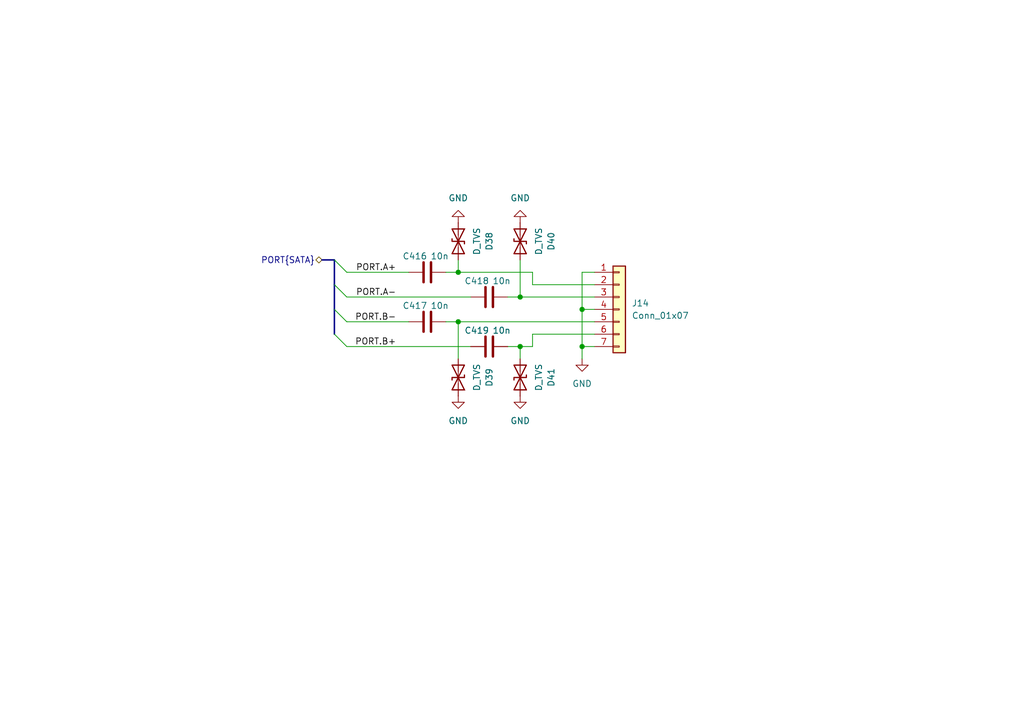
<source format=kicad_sch>
(kicad_sch (version 20250114) (generator "eeschema") (generator_version "9.0")
  (paper "A5")
  (lib_symbols
    (symbol "Connector_Generic:Conn_01x07" (pin_names (offset 1.016) (hide yes))
      (property "Reference" "J" (at 0 10.16 0))
      (property "Value" "Conn_01x07" (at 0 -10.16 0))
      (symbol "Conn_01x07_1_1"
        (rectangle (start -1.27 8.89) (end 1.27 -8.89) (stroke (width 0.254)) (fill (type background)))
        (rectangle (start -1.27 7.747) (end 0 7.493) (stroke (width 0.1524)))
        (rectangle (start -1.27 5.207) (end 0 4.953) (stroke (width 0.1524)))
        (rectangle (start -1.27 2.667) (end 0 2.413) (stroke (width 0.1524)))
        (rectangle (start -1.27 0.127) (end 0 -0.127) (stroke (width 0.1524)))
        (rectangle (start -1.27 -2.413) (end 0 -2.667) (stroke (width 0.1524)))
        (rectangle (start -1.27 -4.953) (end 0 -5.207) (stroke (width 0.1524)))
        (rectangle (start -1.27 -7.493) (end 0 -7.747) (stroke (width 0.1524)))
        (pin passive line (at -5.08 7.62 0) (length 3.81) (name "Pin_1") (number "1"))
        (pin passive line (at -5.08 5.08 0) (length 3.81) (name "Pin_2") (number "2"))
        (pin passive line (at -5.08 2.54 0) (length 3.81) (name "Pin_3") (number "3"))
        (pin passive line (at -5.08 0 0) (length 3.81) (name "Pin_4") (number "4"))
        (pin passive line (at -5.08 -2.54 0) (length 3.81) (name "Pin_5") (number "5"))
        (pin passive line (at -5.08 -5.08 0) (length 3.81) (name "Pin_6") (number "6"))
        (pin passive line (at -5.08 -7.62 0) (length 3.81) (name "Pin_7") (number "7"))
      )
    )
    (symbol "Device:C" (pin_numbers (hide yes)) (pin_names (offset 0.254))
      (property "Reference" "C" (at 0.635 2.54 0))
      (property "Value" "C" (at 0.635 -2.54 0))
      (symbol "C_0_1"
        (polyline (pts (xy -2.032 0.762) (xy 2.032 0.762)) (stroke (width 0.508)))
        (polyline (pts (xy -2.032 -0.762) (xy 2.032 -0.762)) (stroke (width 0.508)))
      )
      (symbol "C_1_1"
        (pin passive line (at 0 3.81 270) (length 2.794) (name "~") (number "1"))
        (pin passive line (at 0 -3.81 90) (length 2.794) (name "~") (number "2"))
      )
    )
    (symbol "Device:D_TVS" (pin_numbers (hide yes)) (pin_names (offset 1.016) (hide yes))
      (property "Reference" "D" (at 0 2.54 0))
      (property "Value" "D_TVS" (at 0 -2.54 0))
      (symbol "D_TVS_0_1"
        (polyline (pts (xy -2.54 1.27) (xy -2.54 -1.27) (xy 2.54 1.27) (xy 2.54 -1.27) (xy -2.54 1.27)) (stroke (width 0.254)))
        (polyline (pts (xy 0.508 1.27) (xy 0 1.27) (xy 0 -1.27) (xy -0.508 -1.27)) (stroke (width 0.254)))
        (polyline (pts (xy 1.27 0) (xy -1.27 0)))
      )
      (symbol "D_TVS_1_1"
        (pin passive line (at -3.81 0 0) (length 2.54) (name "A1") (number "1"))
        (pin passive line (at 3.81 0 180) (length 2.54) (name "A2") (number "2"))
      )
    )
    (symbol "power:GND" (power) (pin_numbers (hide yes)) (pin_names (offset 0) (hide yes))
      (property "Value" "GND" (at 0 -3.81 0))
      (symbol "GND_0_1"
        (polyline (pts (xy 0 0) (xy 0 -1.27) (xy 1.27 -1.27) (xy 0 -2.54) (xy -1.27 -1.27) (xy 0 -1.27)))
      )
      (symbol "GND_1_1"
        (pin power_in line (at 0 0 270) (length 0) (name "~") (number "1"))
      )
    )
  )
  (junction (at 93.98 66.04))
  (junction (at 119.38 71.12))
  (junction (at 106.68 71.12))
  (junction (at 93.98 55.88))
  (junction (at 106.68 60.96))
  (junction (at 119.38 63.5))
  (bus_entry (at 68.58 68.58) (size 2.54 2.54))
  (bus_entry (at 68.58 58.42) (size 2.54 2.54))
  (bus_entry (at 68.58 53.34) (size 2.54 2.54))
  (bus_entry (at 68.58 63.5) (size 2.54 2.54))
  (wire (pts (xy 71.12 71.12) (xy 96.52 71.12)))
  (wire (pts (xy 119.38 55.88) (xy 119.38 63.5)))
  (bus (pts (xy 66.04 53.34) (xy 68.58 53.34)))
  (bus (pts (xy 68.58 63.5) (xy 68.58 68.58)))
  (wire (pts (xy 93.98 55.88) (xy 109.22 55.88)))
  (wire (pts (xy 106.68 71.12) (xy 109.22 71.12)))
  (wire (pts (xy 104.14 60.96) (xy 106.68 60.96)))
  (bus (pts (xy 68.58 53.34) (xy 68.58 58.42)))
  (wire (pts (xy 91.44 66.04) (xy 93.98 66.04)))
  (wire (pts (xy 93.98 55.88) (xy 91.44 55.88)))
  (wire (pts (xy 121.92 71.12) (xy 119.38 71.12)))
  (wire (pts (xy 121.92 55.88) (xy 119.38 55.88)))
  (wire (pts (xy 104.14 71.12) (xy 106.68 71.12)))
  (wire (pts (xy 106.68 60.96) (xy 121.92 60.96)))
  (wire (pts (xy 93.98 66.04) (xy 121.92 66.04)))
  (wire (pts (xy 109.22 68.58) (xy 121.92 68.58)))
  (wire (pts (xy 106.68 73.66) (xy 106.68 71.12)))
  (bus (pts (xy 68.58 58.42) (xy 68.58 63.5)))
  (wire (pts (xy 119.38 71.12) (xy 119.38 73.66)))
  (wire (pts (xy 71.12 66.04) (xy 83.82 66.04)))
  (wire (pts (xy 106.68 53.34) (xy 106.68 60.96)))
  (wire (pts (xy 71.12 55.88) (xy 83.82 55.88)))
  (wire (pts (xy 71.12 60.96) (xy 96.52 60.96)))
  (wire (pts (xy 109.22 58.42) (xy 121.92 58.42)))
  (wire (pts (xy 119.38 63.5) (xy 121.92 63.5)))
  (wire (pts (xy 93.98 53.34) (xy 93.98 55.88)))
  (wire (pts (xy 119.38 71.12) (xy 119.38 63.5)))
  (wire (pts (xy 109.22 55.88) (xy 109.22 58.42)))
  (wire (pts (xy 93.98 73.66) (xy 93.98 66.04)))
  (wire (pts (xy 109.22 71.12) (xy 109.22 68.58)))
  (label "PORT.B-" (at 81.28 66.04 180))
  (label "PORT.A+" (at 81.28 55.88 180))
  (label "PORT.B+" (at 81.28 71.12 180))
  (label "PORT.A-" (at 81.28 60.96 180))
  (hierarchical_label "PORT{SATA}" (shape bidirectional) (at 66.04 53.34 180))
  (symbol (lib_id "power:GND") (at 93.98 45.72 180) (unit 1)
    (property "Reference" "#PWR0387" (effects (hide yes)))
    (property "Value" "GND" (at 93.98 40.64 0))
    (property "Description" "Power symbol creates a global label with name \"GND\" , ground" (effects (hide yes)))
    (instances (project "Mantaray" (path "" (reference "#PWR0387") (unit 1)) (path "" (reference "#PWR0392") (unit 1))))
  )
  (symbol (lib_id "Device:D_TVS") (at 93.98 77.47 270) (mirror x) (unit 1)
    (property "Reference" "D39" (at 100.33 77.47 0))
    (property "Value" "D_TVS" (at 97.79 77.47 0))
    (property "Description" "Bidirectional transient-voltage-suppression diode" (effects (hide yes)))
    (instances (project "Mantaray" (path "" (reference "D39") (unit 1)) (path "" (reference "D43") (unit 1))))
  )
  (symbol (lib_id "Device:D_TVS") (at 106.68 49.53 270) (unit 1)
    (property "Reference" "D40" (at 113.03 49.53 0))
    (property "Value" "D_TVS" (at 110.49 49.53 0))
    (property "Description" "Bidirectional transient-voltage-suppression diode" (effects (hide yes)))
    (instances (project "Mantaray" (path "" (reference "D40") (unit 1)) (path "" (reference "D44") (unit 1))))
  )
  (symbol (lib_id "Device:C") (at 100.33 60.96 90) (unit 1)
    (property "Reference" "C418" (at 97.79 57.658 90))
    (property "Value" "10n" (at 102.87 57.658 90))
    (property "Description" "Unpolarized capacitor" (effects (hide yes)))
    (instances (project "Mantaray" (path "" (reference "C418") (unit 1)) (path "" (reference "C422") (unit 1))))
  )
  (symbol (lib_id "Device:C") (at 87.63 66.04 90) (unit 1)
    (property "Reference" "C417" (at 85.09 62.738 90))
    (property "Value" "10n" (at 90.17 62.738 90))
    (property "Description" "Unpolarized capacitor" (effects (hide yes)))
    (instances (project "Mantaray" (path "" (reference "C417") (unit 1)) (path "" (reference "C421") (unit 1))))
  )
  (symbol (lib_id "power:GND") (at 106.68 81.28 0) (mirror y) (unit 1)
    (property "Reference" "#PWR0390" (effects (hide yes)))
    (property "Value" "GND" (at 106.68 86.36 0))
    (property "Description" "Power symbol creates a global label with name \"GND\" , ground" (effects (hide yes)))
    (instances (project "Mantaray" (path "" (reference "#PWR0390") (unit 1)) (path "" (reference "#PWR0395") (unit 1))))
  )
  (symbol (lib_id "power:GND") (at 93.98 81.28 0) (mirror y) (unit 1)
    (property "Reference" "#PWR0388" (effects (hide yes)))
    (property "Value" "GND" (at 93.98 86.36 0))
    (property "Description" "Power symbol creates a global label with name \"GND\" , ground" (effects (hide yes)))
    (instances (project "Mantaray" (path "" (reference "#PWR0388") (unit 1)) (path "" (reference "#PWR0393") (unit 1))))
  )
  (symbol (lib_id "Device:C") (at 100.33 71.12 90) (unit 1)
    (property "Reference" "C419" (at 97.79 67.818 90))
    (property "Value" "10n" (at 102.87 67.818 90))
    (property "Description" "Unpolarized capacitor" (effects (hide yes)))
    (instances (project "Mantaray" (path "" (reference "C419") (unit 1)) (path "" (reference "C423") (unit 1))))
  )
  (symbol (lib_id "Connector_Generic:Conn_01x07") (at 127 63.5 0) (unit 1)
    (property "Reference" "J14" (at 129.54 62.2299 0) (effects (justify left)))
    (property "Value" "Conn_01x07" (at 129.54 64.7699 0) (effects (justify left)))
    (property "Description" "Generic connector, single row, 01x07, script generated (kicad-library-utils/schlib/autogen/connector/)" (effects (hide yes)))
    (instances (project "Mantaray" (path "" (reference "J14") (unit 1)) (path "" (reference "J15") (unit 1))))
  )
  (symbol (lib_id "Device:D_TVS") (at 93.98 49.53 270) (unit 1)
    (property "Reference" "D38" (at 100.33 49.53 0))
    (property "Value" "D_TVS" (at 97.79 49.53 0))
    (property "Description" "Bidirectional transient-voltage-suppression diode" (effects (hide yes)))
    (instances (project "Mantaray" (path "" (reference "D38") (unit 1)) (path "" (reference "D42") (unit 1))))
  )
  (symbol (lib_id "Device:C") (at 87.63 55.88 90) (unit 1)
    (property "Reference" "C416" (at 85.09 52.578 90))
    (property "Value" "10n" (at 90.17 52.578 90))
    (property "Description" "Unpolarized capacitor" (effects (hide yes)))
    (instances (project "Mantaray" (path "" (reference "C416") (unit 1)) (path "" (reference "C420") (unit 1))))
  )
  (symbol (lib_id "power:GND") (at 119.38 73.66 0) (mirror y) (unit 1)
    (property "Reference" "#PWR0391" (effects (hide yes)))
    (property "Value" "GND" (at 119.38 78.74 0))
    (property "Description" "Power symbol creates a global label with name \"GND\" , ground" (effects (hide yes)))
    (instances (project "Mantaray" (path "" (reference "#PWR0391") (unit 1)) (path "" (reference "#PWR0396") (unit 1))))
  )
  (symbol (lib_id "Device:D_TVS") (at 106.68 77.47 270) (mirror x) (unit 1)
    (property "Reference" "D41" (at 113.03 77.47 0))
    (property "Value" "D_TVS" (at 110.49 77.47 0))
    (property "Description" "Bidirectional transient-voltage-suppression diode" (effects (hide yes)))
    (instances (project "Mantaray" (path "" (reference "D41") (unit 1)) (path "" (reference "D45") (unit 1))))
  )
  (symbol (lib_id "power:GND") (at 106.68 45.72 180) (unit 1)
    (property "Reference" "#PWR0389" (effects (hide yes)))
    (property "Value" "GND" (at 106.68 40.64 0))
    (property "Description" "Power symbol creates a global label with name \"GND\" , ground" (effects (hide yes)))
    (instances (project "Mantaray" (path "" (reference "#PWR0389") (unit 1)) (path "" (reference "#PWR0394") (unit 1))))
  )
)
</source>
